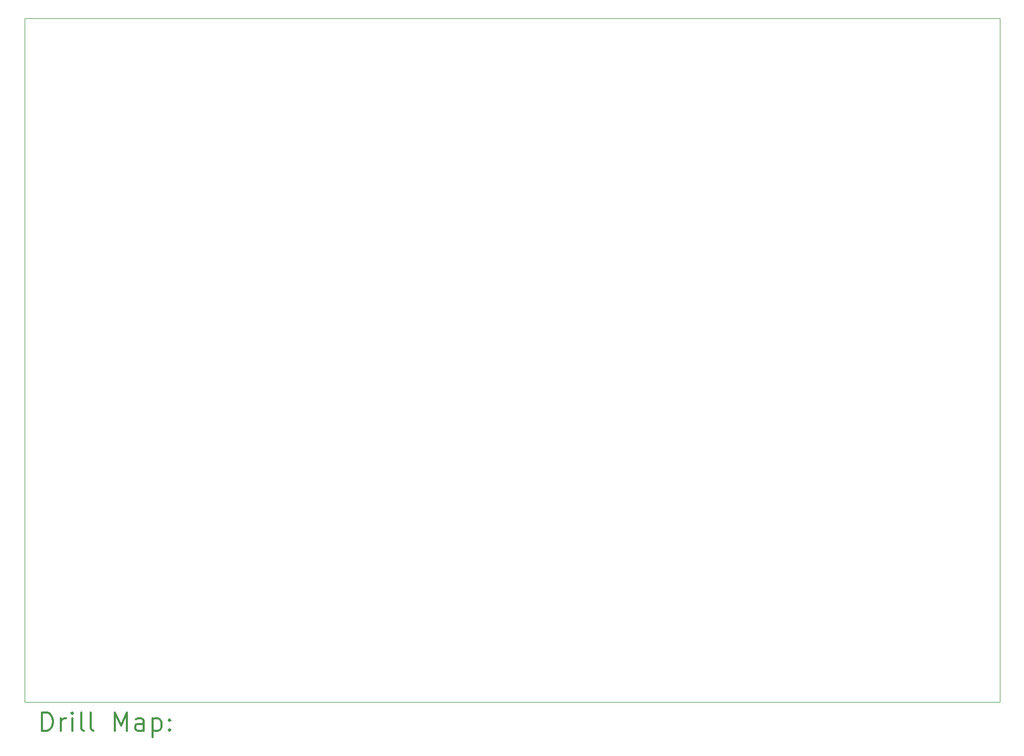
<source format=gbr>
%FSLAX45Y45*%
G04 Gerber Fmt 4.5, Leading zero omitted, Abs format (unit mm)*
G04 Created by KiCad (PCBNEW (5.1.6)-1) date 2020-07-07 09:56:22*
%MOMM*%
%LPD*%
G01*
G04 APERTURE LIST*
%TA.AperFunction,Profile*%
%ADD10C,0.050000*%
%TD*%
%ADD11C,0.200000*%
%ADD12C,0.300000*%
G04 APERTURE END LIST*
D10*
X2794000Y-14478000D02*
X2794000Y-3429000D01*
X18542000Y-14478000D02*
X2794000Y-14478000D01*
X18542000Y-3429000D02*
X18542000Y-14478000D01*
X2794000Y-3429000D02*
X18542000Y-3429000D01*
D11*
D12*
X3077928Y-14946214D02*
X3077928Y-14646214D01*
X3149357Y-14646214D01*
X3192214Y-14660500D01*
X3220786Y-14689071D01*
X3235071Y-14717643D01*
X3249357Y-14774786D01*
X3249357Y-14817643D01*
X3235071Y-14874786D01*
X3220786Y-14903357D01*
X3192214Y-14931929D01*
X3149357Y-14946214D01*
X3077928Y-14946214D01*
X3377928Y-14946214D02*
X3377928Y-14746214D01*
X3377928Y-14803357D02*
X3392214Y-14774786D01*
X3406500Y-14760500D01*
X3435071Y-14746214D01*
X3463643Y-14746214D01*
X3563643Y-14946214D02*
X3563643Y-14746214D01*
X3563643Y-14646214D02*
X3549357Y-14660500D01*
X3563643Y-14674786D01*
X3577928Y-14660500D01*
X3563643Y-14646214D01*
X3563643Y-14674786D01*
X3749357Y-14946214D02*
X3720786Y-14931929D01*
X3706500Y-14903357D01*
X3706500Y-14646214D01*
X3906500Y-14946214D02*
X3877928Y-14931929D01*
X3863643Y-14903357D01*
X3863643Y-14646214D01*
X4249357Y-14946214D02*
X4249357Y-14646214D01*
X4349357Y-14860500D01*
X4449357Y-14646214D01*
X4449357Y-14946214D01*
X4720786Y-14946214D02*
X4720786Y-14789071D01*
X4706500Y-14760500D01*
X4677928Y-14746214D01*
X4620786Y-14746214D01*
X4592214Y-14760500D01*
X4720786Y-14931929D02*
X4692214Y-14946214D01*
X4620786Y-14946214D01*
X4592214Y-14931929D01*
X4577928Y-14903357D01*
X4577928Y-14874786D01*
X4592214Y-14846214D01*
X4620786Y-14831929D01*
X4692214Y-14831929D01*
X4720786Y-14817643D01*
X4863643Y-14746214D02*
X4863643Y-15046214D01*
X4863643Y-14760500D02*
X4892214Y-14746214D01*
X4949357Y-14746214D01*
X4977928Y-14760500D01*
X4992214Y-14774786D01*
X5006500Y-14803357D01*
X5006500Y-14889071D01*
X4992214Y-14917643D01*
X4977928Y-14931929D01*
X4949357Y-14946214D01*
X4892214Y-14946214D01*
X4863643Y-14931929D01*
X5135071Y-14917643D02*
X5149357Y-14931929D01*
X5135071Y-14946214D01*
X5120786Y-14931929D01*
X5135071Y-14917643D01*
X5135071Y-14946214D01*
X5135071Y-14760500D02*
X5149357Y-14774786D01*
X5135071Y-14789071D01*
X5120786Y-14774786D01*
X5135071Y-14760500D01*
X5135071Y-14789071D01*
M02*

</source>
